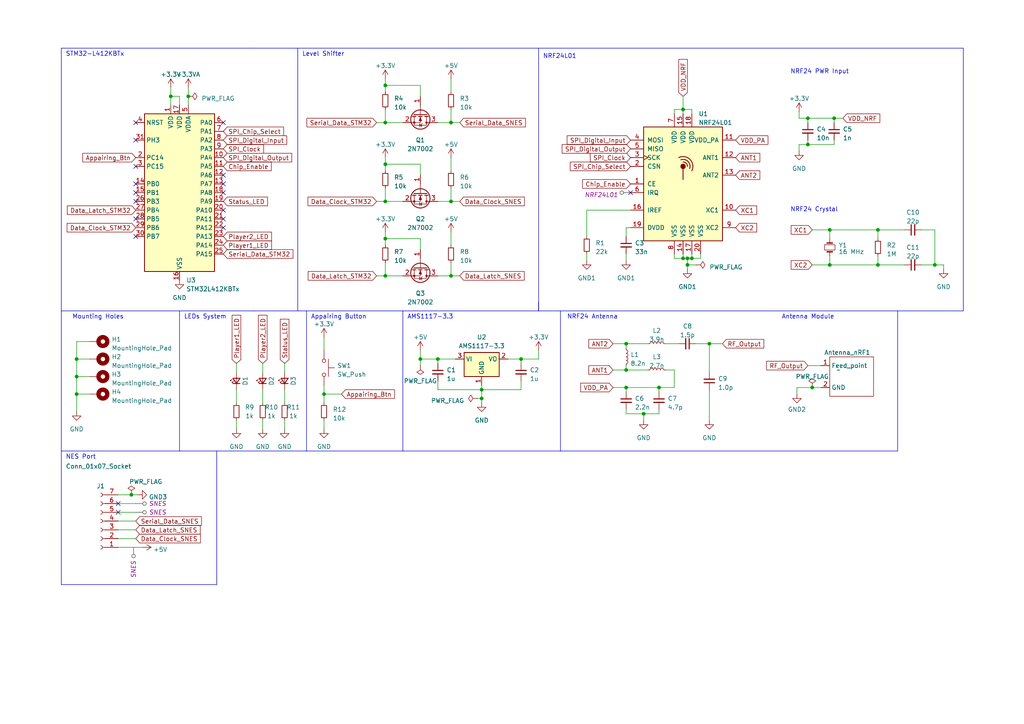
<source format=kicad_sch>
(kicad_sch (version 20230121) (generator eeschema)
  (paper "A4")
  (title_block (title "Wireless SNES Receiver") (date "2023-04-15") (rev "1.1") (company "ENSEA"))
  (lib_symbols
    (symbol "Antenna_nRF24_2_4GHz:Antenna_nRF_2_4GHz"
      (property "Reference" "Antenna_nRF" (at 0 7.62 0))
      (symbol "Antenna_nRF_2_4GHz_0_1"
        (rectangle (start -6.35 6.35) (end 6.35 -5.08))
      )
      (symbol "Antenna_nRF_2_4GHz_1_1"
        (pin bidirectional line (at -8.89 3.81 0) (length 2.54) (name "Feed_point") (number "1"))
        (pin power_in line (at -8.89 -2.54 0) (length 2.54) (name "GND") (number "2"))
      )
    )
    (symbol "Connector:Conn_01x07_Socket" (pin_names (offset 1.016) hide)
      (property "Reference" "J" (at 0 10.16 0))
      (property "Value" "Conn_01x07_Socket" (at 0 -10.16 0))
      (symbol "Conn_01x07_Socket_1_1"
        (arc (start 0 -7.112) (mid -0.5058 -7.62) (end 0 -8.128) (stroke (width 0.1524)))
        (arc (start 0 -4.572) (mid -0.5058 -5.08) (end 0 -5.588) (stroke (width 0.1524)))
        (arc (start 0 -2.032) (mid -0.5058 -2.54) (end 0 -3.048) (stroke (width 0.1524)))
        (polyline (pts (xy -1.27 -7.62) (xy -0.508 -7.62)) (stroke (width 0.1524)))
        (polyline (pts (xy -1.27 -5.08) (xy -0.508 -5.08)) (stroke (width 0.1524)))
        (polyline (pts (xy -1.27 -2.54) (xy -0.508 -2.54)) (stroke (width 0.1524)))
        (polyline (pts (xy -1.27 0) (xy -0.508 0)) (stroke (width 0.1524)))
        (polyline (pts (xy -1.27 2.54) (xy -0.508 2.54)) (stroke (width 0.1524)))
        (polyline (pts (xy -1.27 5.08) (xy -0.508 5.08)) (stroke (width 0.1524)))
        (polyline (pts (xy -1.27 7.62) (xy -0.508 7.62)) (stroke (width 0.1524)))
        (arc (start 0 0.508) (mid -0.5058 0) (end 0 -0.508) (stroke (width 0.1524)))
        (arc (start 0 3.048) (mid -0.5058 2.54) (end 0 2.032) (stroke (width 0.1524)))
        (arc (start 0 5.588) (mid -0.5058 5.08) (end 0 4.572) (stroke (width 0.1524)))
        (arc (start 0 8.128) (mid -0.5058 7.62) (end 0 7.112) (stroke (width 0.1524)))
        (pin passive line (at -5.08 7.62 0) (length 3.81) (name "Pin_1") (number "1"))
        (pin passive line (at -5.08 5.08 0) (length 3.81) (name "Pin_2") (number "2"))
        (pin passive line (at -5.08 2.54 0) (length 3.81) (name "Pin_3") (number "3"))
        (pin passive line (at -5.08 0 0) (length 3.81) (name "Pin_4") (number "4"))
        (pin passive line (at -5.08 -2.54 0) (length 3.81) (name "Pin_5") (number "5"))
        (pin passive line (at -5.08 -5.08 0) (length 3.81) (name "Pin_6") (number "6"))
        (pin passive line (at -5.08 -7.62 0) (length 3.81) (name "Pin_7") (number "7"))
      )
    )
    (symbol "Device:C_Small" (pin_numbers hide) (pin_names (offset 0.254) hide)
      (property "Reference" "C" (at 0.254 1.778 0))
      (property "Value" "C_Small" (at 0.254 -2.032 0))
      (symbol "C_Small_0_1"
        (polyline (pts (xy -1.524 -0.508) (xy 1.524 -0.508)) (stroke (width 0.3302)))
        (polyline (pts (xy -1.524 0.508) (xy 1.524 0.508)) (stroke (width 0.3048)))
      )
      (symbol "C_Small_1_1"
        (pin passive line (at 0 2.54 270) (length 2.032) (name "~") (number "1"))
        (pin passive line (at 0 -2.54 90) (length 2.032) (name "~") (number "2"))
      )
    )
    (symbol "Device:Crystal_Small" (pin_numbers hide) (pin_names (offset 1.016) hide)
      (property "Reference" "Y" (at 0 2.54 0))
      (property "Value" "Crystal_Small" (at 0 -2.54 0))
      (symbol "Crystal_Small_0_1"
        (rectangle (start -0.762 -1.524) (end 0.762 1.524))
        (polyline (pts (xy -1.27 -0.762) (xy -1.27 0.762)) (stroke (width 0.381)))
        (polyline (pts (xy 1.27 -0.762) (xy 1.27 0.762)) (stroke (width 0.381)))
      )
      (symbol "Crystal_Small_1_1"
        (pin passive line (at -2.54 0 0) (length 1.27) (name "1") (number "1"))
        (pin passive line (at 2.54 0 180) (length 1.27) (name "2") (number "2"))
      )
    )
    (symbol "Device:LED_Small" (pin_numbers hide) (pin_names (offset 0.254) hide)
      (property "Reference" "D" (at -1.27 3.175 0))
      (property "Value" "LED_Small" (at -4.445 -2.54 0))
      (symbol "LED_Small_0_1"
        (polyline (pts (xy -0.762 -1.016) (xy -0.762 1.016)) (stroke (width 0.254)))
        (polyline (pts (xy 1.016 0) (xy -0.762 0)))
        (polyline (pts (xy 0.762 -1.016) (xy -0.762 0) (xy 0.762 1.016) (xy 0.762 -1.016)) (stroke (width 0.254)))
        (polyline (pts (xy 0 0.762) (xy -0.508 1.27) (xy -0.254 1.27) (xy -0.508 1.27) (xy -0.508 1.016)))
        (polyline (pts (xy 0.508 1.27) (xy 0 1.778) (xy 0.254 1.778) (xy 0 1.778) (xy 0 1.524)))
      )
      (symbol "LED_Small_1_1"
        (pin passive line (at -2.54 0 0) (length 1.778) (name "K") (number "1"))
        (pin passive line (at 2.54 0 180) (length 1.778) (name "A") (number "2"))
      )
    )
    (symbol "Device:L_Small" (pin_numbers hide) (pin_names (offset 0.254) hide)
      (property "Reference" "L" (at 0.762 1.016 0))
      (property "Value" "L_Small" (at 0.762 -1.016 0))
      (symbol "L_Small_0_1"
        (arc (start 0 -2.032) (mid 0.5058 -1.524) (end 0 -1.016))
        (arc (start 0 -1.016) (mid 0.5058 -0.508) (end 0 0))
        (arc (start 0 0) (mid 0.5058 0.508) (end 0 1.016))
        (arc (start 0 1.016) (mid 0.5058 1.524) (end 0 2.032))
      )
      (symbol "L_Small_1_1"
        (pin passive line (at 0 2.54 270) (length 0.508) (name "~") (number "1"))
        (pin passive line (at 0 -2.54 90) (length 0.508) (name "~") (number "2"))
      )
    )
    (symbol "Device:R_Small" (pin_numbers hide) (pin_names (offset 0.254) hide)
      (property "Reference" "R" (at 0.762 0.508 0))
      (property "Value" "R_Small" (at 0.762 -1.016 0))
      (symbol "R_Small_0_1"
        (rectangle (start -0.762 1.778) (end 0.762 -1.778) (stroke (width 0.2032)))
      )
      (symbol "R_Small_1_1"
        (pin passive line (at 0 2.54 270) (length 0.762) (name "~") (number "1"))
        (pin passive line (at 0 -2.54 90) (length 0.762) (name "~") (number "2"))
      )
    )
    (symbol "MCU_ST_STM32L4:STM32L412KBTx"
      (property "Reference" "U" (at -10.16 24.13 0))
      (property "Value" "STM32L412KBTx" (at 5.08 24.13 0))
      (symbol "STM32L412KBTx_0_1"
        (rectangle (start -10.16 -22.86) (end 10.16 22.86) (stroke (width 0.254)) (fill (type background)))
      )
      (symbol "STM32L412KBTx_1_1"
        (pin power_in line (at -2.54 25.4 270) (length 2.54) (name "VDD") (number "1"))
        (pin bidirectional line (at 12.7 10.16 180) (length 2.54) (name "PA4") (number "10"))
        (pin bidirectional line (at 12.7 7.62 180) (length 2.54) (name "PA5") (number "11"))
        (pin bidirectional line (at 12.7 5.08 180) (length 2.54) (name "PA6") (number "12"))
        (pin bidirectional line (at 12.7 2.54 180) (length 2.54) (name "PA7") (number "13"))
        (pin bidirectional line (at -12.7 2.54 0) (length 2.54) (name "PB0") (number "14"))
        (pin bidirectional line (at -12.7 0 0) (length 2.54) (name "PB1") (number "15"))
        (pin power_in line (at 0 -25.4 90) (length 2.54) (name "VSS") (number "16"))
        (pin power_in line (at 0 25.4 270) (length 2.54) (name "VDD") (number "17"))
        (pin bidirectional line (at 12.7 0 180) (length 2.54) (name "PA8") (number "18"))
        (pin bidirectional line (at 12.7 -2.54 180) (length 2.54) (name "PA9") (number "19"))
        (pin bidirectional line (at -12.7 10.16 0) (length 2.54) (name "PC14") (number "2"))
        (pin bidirectional line (at 12.7 -5.08 180) (length 2.54) (name "PA10") (number "20"))
        (pin bidirectional line (at 12.7 -7.62 180) (length 2.54) (name "PA11") (number "21"))
        (pin bidirectional line (at 12.7 -10.16 180) (length 2.54) (name "PA12") (number "22"))
        (pin bidirectional line (at 12.7 -12.7 180) (length 2.54) (name "PA13") (number "23"))
        (pin bidirectional line (at 12.7 -15.24 180) (length 2.54) (name "PA14") (number "24"))
        (pin bidirectional line (at 12.7 -17.78 180) (length 2.54) (name "PA15") (number "25"))
        (pin bidirectional line (at -12.7 -2.54 0) (length 2.54) (name "PB3") (number "26"))
        (pin bidirectional line (at -12.7 -5.08 0) (length 2.54) (name "PB4") (number "27"))
        (pin bidirectional line (at -12.7 -7.62 0) (length 2.54) (name "PB5") (number "28"))
        (pin bidirectional line (at -12.7 -10.16 0) (length 2.54) (name "PB6") (number "29"))
        (pin bidirectional line (at -12.7 7.62 0) (length 2.54) (name "PC15") (number "3"))
        (pin bidirectional line (at -12.7 -12.7 0) (length 2.54) (name "PB7") (number "30"))
        (pin bidirectional line (at -12.7 15.24 0) (length 2.54) (name "PH3") (number "31"))
        (pin passive line (at 0 -25.4 90) (length 2.54) hide (name "VSS") (number "32"))
        (pin input line (at -12.7 20.32 0) (length 2.54) (name "NRST") (number "4"))
        (pin power_in line (at 2.54 25.4 270) (length 2.54) (name "VDDA") (number "5"))
        (pin bidirectional line (at 12.7 20.32 180) (length 2.54) (name "PA0") (number "6"))
        (pin bidirectional line (at 12.7 17.78 180) (length 2.54) (name "PA1") (number "7"))
        (pin bidirectional line (at 12.7 15.24 180) (length 2.54) (name "PA2") (number "8"))
        (pin bidirectional line (at 12.7 12.7 180) (length 2.54) (name "PA3") (number "9"))
      )
    )
    (symbol "Mechanical:MountingHole_Pad" (pin_numbers hide) (pin_names (offset 1.016) hide)
      (property "Reference" "H" (at 0 6.35 0))
      (property "Value" "MountingHole_Pad" (at 0 4.445 0))
      (symbol "MountingHole_Pad_0_1"
        (circle (center 0 1.27) (radius 1.27) (stroke (width 1.27)))
      )
      (symbol "MountingHole_Pad_1_1"
        (pin input line (at 0 -2.54 90) (length 2.54) (name "1") (number "1"))
      )
    )
    (symbol "RF:NRF24L01" (pin_names (offset 1.016))
      (property "Reference" "U" (at -11.43 17.78 0))
      (property "Value" "NRF24L01" (at 5.08 17.78 0))
      (symbol "NRF24L01_0_1"
        (rectangle (start -11.43 16.51) (end 11.43 -16.51) (stroke (width 0.254)) (fill (type background)))
        (polyline (pts (xy 0 4.445) (xy 0 1.27)) (stroke (width 0.254)))
        (circle (center 0 5.08) (radius 0.635) (stroke (width 0.254)) (fill (type outline)))
        (arc (start 1.27 5.08) (mid 0.9071 5.9946) (end 0 6.35) (stroke (width 0.254)))
        (arc (start 1.905 4.445) (mid 1.4313 6.5254) (end -0.635 6.985) (stroke (width 0.254)))
        (arc (start 2.54 3.81) (mid 2.008 7.088) (end -1.27 7.62) (stroke (width 0.254)))
        (rectangle (start 11.43 -13.97) (end 11.43 -13.97))
      )
      (symbol "NRF24L01_1_1"
        (pin input line (at -15.24 0 0) (length 3.81) (name "CE") (number "1"))
        (pin passive line (at 15.24 -7.62 180) (length 3.81) (name "XC1") (number "10"))
        (pin power_out line (at 15.24 12.7 180) (length 3.81) (name "VDD_PA") (number "11"))
        (pin passive line (at 15.24 7.62 180) (length 3.81) (name "ANT1") (number "12"))
        (pin passive line (at 15.24 2.54 180) (length 3.81) (name "ANT2") (number "13"))
        (pin power_in line (at 0 -20.32 90) (length 3.81) (name "VSS") (number "14"))
        (pin power_in line (at 0 20.32 270) (length 3.81) (name "VDD") (number "15"))
        (pin passive line (at -15.24 -7.62 0) (length 3.81) (name "IREF") (number "16"))
        (pin power_in line (at 2.54 -20.32 90) (length 3.81) (name "VSS") (number "17"))
        (pin power_in line (at 2.54 20.32 270) (length 3.81) (name "VDD") (number "18"))
        (pin power_out line (at -15.24 -12.7 0) (length 3.81) (name "DVDD") (number "19"))
        (pin input line (at -15.24 5.08 0) (length 3.81) (name "CSN") (number "2"))
        (pin power_in line (at 5.08 -20.32 90) (length 3.81) (name "VSS") (number "20"))
        (pin input clock (at -15.24 7.62 0) (length 3.81) (name "SCK") (number "3"))
        (pin input line (at -15.24 12.7 0) (length 3.81) (name "MOSI") (number "4"))
        (pin output line (at -15.24 10.16 0) (length 3.81) (name "MISO") (number "5"))
        (pin output line (at -15.24 -2.54 0) (length 3.81) (name "IRQ") (number "6"))
        (pin power_in line (at -2.54 20.32 270) (length 3.81) (name "VDD") (number "7"))
        (pin power_in line (at -2.54 -20.32 90) (length 3.81) (name "VSS") (number "8"))
        (pin passive line (at 15.24 -12.7 180) (length 3.81) (name "XC2") (number "9"))
      )
    )
    (symbol "Regulator_Linear:AMS1117-3.3"
      (property "Reference" "U" (at -3.81 3.175 0))
      (property "Value" "AMS1117-3.3" (at 0 3.175 0))
      (symbol "AMS1117-3.3_0_1"
        (rectangle (start -5.08 -5.08) (end 5.08 1.905) (stroke (width 0.254)) (fill (type background)))
      )
      (symbol "AMS1117-3.3_1_1"
        (pin power_in line (at 0 -7.62 90) (length 2.54) (name "GND") (number "1"))
        (pin power_out line (at 7.62 0 180) (length 2.54) (name "VO") (number "2"))
        (pin power_in line (at -7.62 0 0) (length 2.54) (name "VI") (number "3"))
      )
    )
    (symbol "Switch:SW_Push" (pin_numbers hide) (pin_names (offset 1.016) hide)
      (property "Reference" "SW" (at 1.27 2.54 0))
      (property "Value" "SW_Push" (at 0 -1.524 0))
      (symbol "SW_Push_0_1"
        (circle (center -2.032 0) (radius 0.508))
        (polyline (pts (xy 0 1.27) (xy 0 3.048)))
        (polyline (pts (xy 2.54 1.27) (xy -2.54 1.27)))
        (circle (center 2.032 0) (radius 0.508))
        (pin passive line (at -5.08 0 0) (length 2.54) (name "1") (number "1"))
        (pin passive line (at 5.08 0 180) (length 2.54) (name "2") (number "2"))
      )
    )
    (symbol "Transistor_FET:2N7002" (pin_names hide)
      (property "Reference" "Q" (at 5.08 1.905 0))
      (property "Value" "2N7002" (at 5.08 0 0))
      (symbol "2N7002_0_1"
        (polyline (pts (xy 0.254 0) (xy -2.54 0)))
        (polyline (pts (xy 0.254 1.905) (xy 0.254 -1.905)) (stroke (width 0.254)))
        (polyline (pts (xy 0.762 -1.27) (xy 0.762 -2.286)) (stroke (width 0.254)))
        (polyline (pts (xy 0.762 0.508) (xy 0.762 -0.508)) (stroke (width 0.254)))
        (polyline (pts (xy 0.762 2.286) (xy 0.762 1.27)) (stroke (width 0.254)))
        (polyline (pts (xy 2.54 2.54) (xy 2.54 1.778)))
        (polyline (pts (xy 2.54 -2.54) (xy 2.54 0) (xy 0.762 0)))
        (polyline (pts (xy 0.762 -1.778) (xy 3.302 -1.778) (xy 3.302 1.778) (xy 0.762 1.778)))
        (polyline (pts (xy 1.016 0) (xy 2.032 0.381) (xy 2.032 -0.381) (xy 1.016 0)) (fill (type outline)))
        (polyline (pts (xy 2.794 0.508) (xy 2.921 0.381) (xy 3.683 0.381) (xy 3.81 0.254)))
        (polyline (pts (xy 3.302 0.381) (xy 2.921 -0.254) (xy 3.683 -0.254) (xy 3.302 0.381)))
        (circle (center 1.651 0) (radius 2.794) (stroke (width 0.254)))
        (circle (center 2.54 -1.778) (radius 0.254) (fill (type outline)))
        (circle (center 2.54 1.778) (radius 0.254) (fill (type outline)))
      )
      (symbol "2N7002_1_1"
        (pin input line (at -5.08 0 0) (length 2.54) (name "G") (number "1"))
        (pin passive line (at 2.54 -5.08 90) (length 2.54) (name "S") (number "2"))
        (pin passive line (at 2.54 5.08 270) (length 2.54) (name "D") (number "3"))
      )
    )
    (symbol "power:+3.3V" (power) (pin_names (offset 0))
      (property "Value" "+3.3V" (at 0 3.556 0))
      (symbol "+3.3V_0_1"
        (polyline (pts (xy -0.762 1.27) (xy 0 2.54)))
        (polyline (pts (xy 0 0) (xy 0 2.54)))
        (polyline (pts (xy 0 2.54) (xy 0.762 1.27)))
      )
      (symbol "+3.3V_1_1"
        (pin power_in line (at 0 0 90) (length 0) hide (name "+3.3V") (number "1"))
      )
    )
    (symbol "power:+3.3VA" (power) (pin_names (offset 0))
      (property "Value" "+3.3VA" (at 0 3.556 0))
      (symbol "+3.3VA_0_1"
        (polyline (pts (xy -0.762 1.27) (xy 0 2.54)))
        (polyline (pts (xy 0 0) (xy 0 2.54)))
        (polyline (pts (xy 0 2.54) (xy 0.762 1.27)))
      )
      (symbol "+3.3VA_1_1"
        (pin power_in line (at 0 0 90) (length 0) hide (name "+3.3VA") (number "1"))
      )
    )
    (symbol "power:+5V" (power) (pin_names (offset 0))
      (property "Value" "+5V" (at 0 3.556 0))
      (symbol "+5V_0_1"
        (polyline (pts (xy -0.762 1.27) (xy 0 2.54)))
        (polyline (pts (xy 0 0) (xy 0 2.54)))
        (polyline (pts (xy 0 2.54) (xy 0.762 1.27)))
      )
      (symbol "+5V_1_1"
        (pin power_in line (at 0 0 90) (length 0) hide (name "+5V") (number "1"))
      )
    )
    (symbol "power:GND" (power) (pin_names (offset 0))
      (property "Value" "GND" (at 0 -3.81 0))
      (symbol "GND_0_1"
        (polyline (pts (xy 0 0) (xy 0 -1.27) (xy 1.27 -1.27) (xy 0 -2.54) (xy -1.27 -1.27) (xy 0 -1.27)))
      )
      (symbol "GND_1_1"
        (pin power_in line (at 0 0 270) (length 0) hide (name "GND") (number "1"))
      )
    )
    (symbol "power:GND1" (power) (pin_names (offset 0))
      (property "Value" "GND1" (at 0 -3.81 0))
      (symbol "GND1_0_1"
        (polyline (pts (xy 0 0) (xy 0 -1.27) (xy 1.27 -1.27) (xy 0 -2.54) (xy -1.27 -1.27) (xy 0 -1.27)))
      )
      (symbol "GND1_1_1"
        (pin power_in line (at 0 0 270) (length 0) hide (name "GND1") (number "1"))
      )
    )
    (symbol "power:GND2" (power) (pin_names (offset 0))
      (property "Value" "GND2" (at 0 -3.81 0))
      (symbol "GND2_0_1"
        (polyline (pts (xy 0 0) (xy 0 -1.27) (xy 1.27 -1.27) (xy 0 -2.54) (xy -1.27 -1.27) (xy 0 -1.27)))
      )
      (symbol "GND2_1_1"
        (pin power_in line (at 0 0 270) (length 0) hide (name "GND2") (number "1"))
      )
    )
    (symbol "power:GND3" (power) (pin_names (offset 0))
      (property "Value" "GND3" (at 0 -3.81 0))
      (symbol "GND3_0_1"
        (polyline (pts (xy 0 0) (xy 0 -1.27) (xy 1.27 -1.27) (xy 0 -2.54) (xy -1.27 -1.27) (xy 0 -1.27)))
      )
      (symbol "GND3_1_1"
        (pin power_in line (at 0 0 270) (length 0) hide (name "GND3") (number "1"))
      )
    )
    (symbol "power:PWR_FLAG" (power) (pin_numbers hide) (pin_names (offset 0) hide)
      (property "Value" "PWR_FLAG" (at 0 3.81 0))
      (symbol "PWR_FLAG_0_0"
        (pin power_out line (at 0 0 90) (length 0) (name "pwr") (number "1"))
      )
      (symbol "PWR_FLAG_0_1"
        (polyline (pts (xy 0 0) (xy 0 1.27) (xy -1.016 1.905) (xy 0 2.54) (xy 1.016 1.905) (xy 0 1.27)))
      )
    )
  )
  (junction (at 240.665 66.675))
  (junction (at 22.225 114.3))
  (junction (at 38.1 143.51))
  (junction (at 198.12 74.93))
  (junction (at 198.12 31.75))
  (junction (at 199.39 74.93))
  (junction (at 54.61 27.94))
  (junction (at 205.74 99.695))
  (junction (at 139.7 115.57))
  (junction (at 130.81 58.42))
  (junction (at 111.76 80.01))
  (junction (at 49.53 27.94))
  (junction (at 234.315 41.91))
  (junction (at 254.635 76.835))
  (junction (at 181.61 107.315))
  (junction (at 111.76 69.215))
  (junction (at 121.92 104.14))
  (junction (at 181.61 112.395))
  (junction (at 271.145 76.835))
  (junction (at 22.225 109.22))
  (junction (at 111.76 58.42))
  (junction (at 130.81 80.01))
  (junction (at 130.81 35.56))
  (junction (at 93.98 114.3))
  (junction (at 235.585 112.395))
  (junction (at 199.39 76.835))
  (junction (at 22.225 104.14))
  (junction (at 234.315 34.29))
  (junction (at 254.635 66.675))
  (junction (at 200.66 74.93))
  (junction (at 181.61 99.695))
  (junction (at 111.76 47.625))
  (junction (at 241.935 34.29))
  (junction (at 191.135 112.395))
  (junction (at 111.76 35.56))
  (junction (at 151.13 104.14))
  (junction (at 111.76 24.765))
  (junction (at 240.665 76.835))
  (junction (at 127 104.14))
  (junction (at 139.7 113.03))
  (junction (at 186.69 120.015))
  (no_connect (at 39.37 53.34))
  (no_connect (at 64.77 55.88))
  (no_connect (at 39.37 48.26))
  (no_connect (at 34.29 146.05))
  (no_connect (at 39.37 35.56))
  (no_connect (at 64.77 60.96))
  (no_connect (at 39.37 68.58))
  (no_connect (at 39.37 63.5))
  (no_connect (at 182.88 55.88))
  (no_connect (at 64.77 53.34))
  (no_connect (at 39.37 40.64))
  (no_connect (at 64.77 50.8))
  (no_connect (at 39.37 55.88))
  (no_connect (at 34.29 148.59))
  (no_connect (at 39.37 58.42))
  (no_connect (at 64.77 35.56))
  (no_connect (at 64.77 63.5))
  (no_connect (at 64.77 66.04))
  (wire (pts (xy 121.92 104.14) (xy 127 104.14)))
  (wire (pts (xy 121.92 106.045) (xy 121.92 104.14)))
  (wire (pts (xy 111.76 22.86) (xy 111.76 24.765)))
  (wire (pts (xy 139.7 113.03) (xy 127 113.03)))
  (wire (pts (xy 273.685 76.835) (xy 273.685 78.105)))
  (wire (pts (xy 34.29 143.51) (xy 38.1 143.51)))
  (wire (pts (xy 121.92 104.14) (xy 121.92 101.6)))
  (wire (pts (xy 235.585 112.395) (xy 238.125 112.395)))
  (wire (pts (xy 182.88 66.04) (xy 181.61 66.04)))
  (wire (pts (xy 186.69 120.015) (xy 191.135 120.015)))
  (wire (pts (xy 240.665 66.675) (xy 254.635 66.675)))
  (polyline (pts (xy 279.4 13.97) (xy 279.4 90.17)))
  (wire (pts (xy 244.475 34.29) (xy 241.935 34.29)))
  (wire (pts (xy 111.76 76.2) (xy 111.76 80.01)))
  (wire (pts (xy 68.58 113.03) (xy 68.58 116.84)))
  (wire (pts (xy 170.18 60.96) (xy 170.18 68.58)))
  (wire (pts (xy 34.29 153.67) (xy 39.37 153.67)))
  (polyline (pts (xy 52.07 90.17) (xy 52.07 130.81)))
  (wire (pts (xy 111.76 58.42) (xy 116.84 58.42)))
  (wire (pts (xy 82.55 113.03) (xy 82.55 116.84)))
  (wire (pts (xy 186.69 120.015) (xy 186.69 121.92)))
  (polyline (pts (xy 52.07 130.81) (xy 17.78 130.81)))
  (wire (pts (xy 234.315 41.91) (xy 241.935 41.91)))
  (wire (pts (xy 199.39 74.93) (xy 200.66 74.93)))
  (wire (pts (xy 34.29 156.21) (xy 39.37 156.21)))
  (wire (pts (xy 198.12 74.93) (xy 198.12 73.66)))
  (wire (pts (xy 111.76 69.215) (xy 111.76 71.12)))
  (wire (pts (xy 234.315 40.64) (xy 234.315 41.91)))
  (polyline (pts (xy 86.36 90.17) (xy 73.66 90.17)))
  (wire (pts (xy 170.18 60.96) (xy 182.88 60.96)))
  (wire (pts (xy 132.08 104.14) (xy 127 104.14)))
  (wire (pts (xy 127 58.42) (xy 130.81 58.42)))
  (wire (pts (xy 267.335 66.675) (xy 271.145 66.675)))
  (wire (pts (xy 76.2 105.41) (xy 76.2 107.95)))
  (wire (pts (xy 200.66 33.02) (xy 200.66 31.75)))
  (wire (pts (xy 111.76 35.56) (xy 116.84 35.56)))
  (wire (pts (xy 130.81 80.01) (xy 130.81 76.2)))
  (wire (pts (xy 241.935 41.91) (xy 241.935 40.64)))
  (wire (pts (xy 151.13 113.03) (xy 139.7 113.03)))
  (polyline (pts (xy 73.66 13.97) (xy 86.36 13.97)))
  (polyline (pts (xy 156.21 87.63) (xy 156.21 90.17)))
  (wire (pts (xy 271.145 76.835) (xy 273.685 76.835)))
  (wire (pts (xy 151.13 104.14) (xy 156.21 104.14)))
  (wire (pts (xy 195.58 112.395) (xy 195.58 107.315)))
  (wire (pts (xy 234.315 34.29) (xy 241.935 34.29)))
  (wire (pts (xy 170.18 75.565) (xy 170.18 73.66)))
  (wire (pts (xy 121.92 27.94) (xy 121.92 24.765)))
  (wire (pts (xy 82.55 121.92) (xy 82.55 124.46)))
  (wire (pts (xy 181.61 106.045) (xy 181.61 107.315)))
  (wire (pts (xy 200.66 74.93) (xy 200.66 73.66)))
  (wire (pts (xy 198.12 27.94) (xy 198.12 31.75)))
  (wire (pts (xy 139.7 115.57) (xy 139.7 116.84)))
  (wire (pts (xy 111.76 47.625) (xy 121.92 47.625)))
  (wire (pts (xy 111.76 67.31) (xy 111.76 69.215)))
  (wire (pts (xy 68.58 105.41) (xy 68.58 107.95)))
  (wire (pts (xy 240.665 66.675) (xy 240.665 69.215)))
  (wire (pts (xy 111.76 69.215) (xy 121.92 69.215)))
  (wire (pts (xy 22.225 104.14) (xy 26.035 104.14)))
  (wire (pts (xy 38.1 143.51) (xy 40.005 143.51)))
  (polyline (pts (xy 156.21 90.17) (xy 156.21 13.97)))
  (wire (pts (xy 240.665 76.835) (xy 254.635 76.835)))
  (wire (pts (xy 39.37 148.59) (xy 34.29 148.59)))
  (wire (pts (xy 234.315 106.045) (xy 238.125 106.045)))
  (wire (pts (xy 111.76 80.01) (xy 116.84 80.01)))
  (polyline (pts (xy 260.35 90.17) (xy 260.35 130.81)))
  (wire (pts (xy 181.61 75.565) (xy 181.61 73.66)))
  (wire (pts (xy 82.55 105.41) (xy 82.55 107.95)))
  (wire (pts (xy 195.58 33.02) (xy 195.58 31.75)))
  (wire (pts (xy 127 104.14) (xy 127 105.41)))
  (wire (pts (xy 130.81 22.86) (xy 130.81 26.67)))
  (wire (pts (xy 195.58 74.93) (xy 198.12 74.93)))
  (wire (pts (xy 130.81 35.56) (xy 133.35 35.56)))
  (wire (pts (xy 240.665 76.835) (xy 235.585 76.835)))
  (wire (pts (xy 231.775 32.385) (xy 231.775 34.29)))
  (wire (pts (xy 151.13 110.49) (xy 151.13 113.03)))
  (wire (pts (xy 231.775 41.91) (xy 231.775 43.815)))
  (wire (pts (xy 198.12 31.75) (xy 198.12 33.02)))
  (wire (pts (xy 151.13 105.41) (xy 151.13 104.14)))
  (wire (pts (xy 130.81 80.01) (xy 133.35 80.01)))
  (wire (pts (xy 151.13 104.14) (xy 147.32 104.14)))
  (wire (pts (xy 231.775 41.91) (xy 234.315 41.91)))
  (wire (pts (xy 130.81 35.56) (xy 130.81 31.75)))
  (polyline (pts (xy 62.865 169.545) (xy 17.78 169.545)))
  (wire (pts (xy 68.58 121.92) (xy 68.58 124.46)))
  (wire (pts (xy 205.74 99.695) (xy 205.74 107.95)))
  (wire (pts (xy 76.2 113.03) (xy 76.2 116.84)))
  (wire (pts (xy 22.225 114.3) (xy 22.225 119.38)))
  (wire (pts (xy 181.61 112.395) (xy 191.135 112.395)))
  (wire (pts (xy 231.14 112.395) (xy 235.585 112.395)))
  (wire (pts (xy 181.61 113.665) (xy 181.61 112.395)))
  (wire (pts (xy 203.2 74.93) (xy 203.2 73.66)))
  (polyline (pts (xy 86.36 90.17) (xy 156.21 90.17)))
  (wire (pts (xy 127 35.56) (xy 130.81 35.56)))
  (wire (pts (xy 200.66 31.75) (xy 198.12 31.75)))
  (wire (pts (xy 195.58 31.75) (xy 198.12 31.75)))
  (polyline (pts (xy 156.21 13.97) (xy 279.4 13.97)))
  (wire (pts (xy 22.225 99.06) (xy 22.225 104.14)))
  (wire (pts (xy 22.225 109.22) (xy 22.225 114.3)))
  (wire (pts (xy 22.225 114.3) (xy 26.035 114.3)))
  (wire (pts (xy 76.2 121.92) (xy 76.2 124.46)))
  (wire (pts (xy 193.04 99.695) (xy 196.85 99.695)))
  (wire (pts (xy 198.12 74.93) (xy 199.39 74.93)))
  (wire (pts (xy 130.81 58.42) (xy 133.35 58.42)))
  (polyline (pts (xy 62.865 130.81) (xy 62.865 169.545)))
  (wire (pts (xy 49.53 27.94) (xy 49.53 25.4)))
  (wire (pts (xy 93.98 121.92) (xy 93.98 124.46)))
  (polyline (pts (xy 162.56 90.17) (xy 162.56 130.81)))
  (polyline (pts (xy 156.21 90.17) (xy 279.4 90.17)))
  (wire (pts (xy 199.39 76.835) (xy 199.39 78.105)))
  (wire (pts (xy 111.76 31.75) (xy 111.76 35.56)))
  (wire (pts (xy 205.74 113.03) (xy 205.74 121.92)))
  (wire (pts (xy 191.135 112.395) (xy 195.58 112.395)))
  (polyline (pts (xy 17.78 90.17) (xy 17.78 13.97)))
  (wire (pts (xy 231.14 112.395) (xy 231.14 114.3)))
  (wire (pts (xy 205.74 99.695) (xy 209.55 99.695)))
  (wire (pts (xy 54.61 25.4) (xy 54.61 27.94)))
  (wire (pts (xy 130.81 58.42) (xy 130.81 54.61)))
  (polyline (pts (xy 162.56 130.81) (xy 260.35 130.81)))
  (wire (pts (xy 271.145 76.835) (xy 267.335 76.835)))
  (wire (pts (xy 109.22 58.42) (xy 111.76 58.42)))
  (wire (pts (xy 52.07 30.48) (xy 52.07 27.94)))
  (wire (pts (xy 111.76 54.61) (xy 111.76 58.42)))
  (wire (pts (xy 139.7 113.03) (xy 139.7 111.76)))
  (wire (pts (xy 138.43 115.57) (xy 139.7 115.57)))
  (wire (pts (xy 177.8 107.315) (xy 181.61 107.315)))
  (wire (pts (xy 271.145 66.675) (xy 271.145 76.835)))
  (wire (pts (xy 199.39 74.93) (xy 199.39 76.835)))
  (wire (pts (xy 34.29 158.75) (xy 41.275 158.75)))
  (wire (pts (xy 181.61 99.695) (xy 187.96 99.695)))
  (wire (pts (xy 181.61 100.965) (xy 181.61 99.695)))
  (wire (pts (xy 26.035 99.06) (xy 22.225 99.06)))
  (wire (pts (xy 195.58 73.66) (xy 195.58 74.93)))
  (wire (pts (xy 177.8 99.695) (xy 181.61 99.695)))
  (wire (pts (xy 111.76 24.765) (xy 111.76 26.67)))
  (wire (pts (xy 93.98 114.3) (xy 93.98 116.84)))
  (wire (pts (xy 195.58 107.315) (xy 193.04 107.315)))
  (wire (pts (xy 93.98 111.76) (xy 93.98 114.3)))
  (wire (pts (xy 181.61 66.04) (xy 181.61 68.58)))
  (wire (pts (xy 22.225 104.14) (xy 22.225 109.22)))
  (wire (pts (xy 231.775 34.29) (xy 234.315 34.29)))
  (polyline (pts (xy 116.84 130.81) (xy 116.84 90.17)))
  (wire (pts (xy 241.935 34.29) (xy 241.935 35.56)))
  (polyline (pts (xy 88.9 90.17) (xy 88.9 130.81)))
  (polyline (pts (xy 156.21 13.97) (xy 86.36 13.97)))
  (wire (pts (xy 52.07 27.94) (xy 49.53 27.94)))
  (wire (pts (xy 111.76 24.765) (xy 121.92 24.765)))
  (wire (pts (xy 49.53 27.94) (xy 49.53 30.48)))
  (wire (pts (xy 201.93 99.695) (xy 205.74 99.695)))
  (wire (pts (xy 121.92 50.8) (xy 121.92 47.625)))
  (polyline (pts (xy 17.78 130.81) (xy 17.78 90.17)))
  (wire (pts (xy 54.61 27.94) (xy 54.61 30.48)))
  (wire (pts (xy 177.8 112.395) (xy 181.61 112.395)))
  (polyline (pts (xy 17.78 13.97) (xy 73.66 13.97)))
  (wire (pts (xy 186.69 120.015) (xy 181.61 120.015)))
  (wire (pts (xy 201.93 76.835) (xy 199.39 76.835)))
  (wire (pts (xy 234.315 34.29) (xy 234.315 35.56)))
  (polyline (pts (xy 73.66 90.17) (xy 17.78 90.17)))
  (wire (pts (xy 191.135 113.665) (xy 191.135 112.395)))
  (wire (pts (xy 121.92 72.39) (xy 121.92 69.215)))
  (wire (pts (xy 22.225 109.22) (xy 26.035 109.22)))
  (wire (pts (xy 254.635 66.675) (xy 254.635 69.215)))
  (polyline (pts (xy 17.78 169.545) (xy 17.78 130.81)))
  (wire (pts (xy 187.96 107.315) (xy 181.61 107.315)))
  (wire (pts (xy 130.81 67.31) (xy 130.81 71.12)))
  (wire (pts (xy 127 80.01) (xy 130.81 80.01)))
  (wire (pts (xy 200.66 74.93) (xy 203.2 74.93)))
  (wire (pts (xy 254.635 76.835) (xy 262.255 76.835)))
  (wire (pts (xy 240.665 74.295) (xy 240.665 76.835)))
  (wire (pts (xy 254.635 76.835) (xy 254.635 74.295)))
  (wire (pts (xy 109.22 35.56) (xy 111.76 35.56)))
  (polyline (pts (xy 52.07 130.81) (xy 88.9 130.81)))
  (wire (pts (xy 181.61 120.015) (xy 181.61 118.745)))
  (wire (pts (xy 191.135 118.745) (xy 191.135 120.015)))
  (wire (pts (xy 34.29 151.13) (xy 39.37 151.13)))
  (wire (pts (xy 254.635 66.675) (xy 262.255 66.675)))
  (wire (pts (xy 130.81 45.72) (xy 130.81 49.53)))
  (wire (pts (xy 93.98 114.3) (xy 99.06 114.3)))
  (wire (pts (xy 139.7 113.03) (xy 139.7 115.57)))
  (wire (pts (xy 127 113.03) (xy 127 110.49)))
  (wire (pts (xy 235.585 66.675) (xy 240.665 66.675)))
  (wire (pts (xy 93.98 97.79) (xy 93.98 101.6)))
  (wire (pts (xy 111.76 47.625) (xy 111.76 49.53)))
  (wire (pts (xy 111.76 45.72) (xy 111.76 47.625)))
  (polyline (pts (xy 88.9 130.81) (xy 116.84 130.81)))
  (wire (pts (xy 109.22 80.01) (xy 111.76 80.01)))
  (wire (pts (xy 39.37 146.05) (xy 34.29 146.05)))
  (polyline (pts (xy 116.84 130.81) (xy 162.56 130.81)))
  (polyline (pts (xy 86.36 13.97) (xy 86.36 90.17)))
  (wire (pts (xy 156.21 101.6) (xy 156.21 104.14)))
  (text "Mounting Holes\n" (at 20.955 92.71 0) (effects (font (size 1.27 1.27)) (justify left bottom)))
  (text "AMS1117-3.3" (at 118.11 92.71 0) (effects (font (size 1.27 1.27)) (justify left bottom)))
  (text "NRF24 Antenna\n" (at 164.465 92.71 0) (effects (font (size 1.27 1.27)) (justify left bottom)))
  (text "Antenna Module\n" (at 226.695 92.71 0) (effects (font (size 1.27 1.27)) (justify left bottom)))
  (text "NES Port\n" (at 19.05 133.35 0) (effects (font (size 1.27 1.27)) (justify left bottom)))
  (text "Appairing Button\n" (at 90.17 92.71 0) (effects (font (size 1.27 1.27)) (justify left bottom)))
  (text "LEDs System" (at 53.34 92.71 0) (effects (font (size 1.27 1.27)) (justify left bottom)))
  (text "STM32-L412KBTx\n" (at 19.05 16.51 0) (effects (font (size 1.27 1.27)) (justify left bottom)))
  (text "NRF24L01\n" (at 157.48 17.145 0) (effects (font (size 1.27 1.27)) (justify left bottom)))
  (text "NRF24 Crystal\n" (at 229.235 61.595 0) (effects (font (size 1.27 1.27)) (justify left bottom)))
  (text "Level Shifter\n" (at 87.63 16.51 0) (effects (font (size 1.27 1.27)) (justify left bottom)))
  (text "NRF24 PWR Input\n" (at 229.235 21.59 0) (effects (font (size 1.27 1.27)) (justify left bottom)))
  (global_label "Chip_Enable" (shape input) (at 182.88 53.34 180) (property "Intersheetrefs" "${INTERSHEET_REFS}" (effects hide)))
  (global_label "SPI_Chip_Select" (shape input) (at 182.88 48.26 180) (property "Intersheetrefs" "${INTERSHEET_REFS}" (effects hide)))
  (global_label "ANT2" (shape input) (at 177.8 99.695 180) (property "Intersheetrefs" "${INTERSHEET_REFS}" (effects hide)))
  (global_label "Serial_Data_SNES" (shape input) (at 133.35 35.56 0) (property "Intersheetrefs" "${INTERSHEET_REFS}" (effects hide)))
  (global_label "Serial_Data_STM32" (shape input) (at 109.22 35.56 180) (property "Intersheetrefs" "${INTERSHEET_REFS}" (effects hide)))
  (global_label "Player1_LED" (shape input) (at 64.77 71.12 0) (property "Intersheetrefs" "${INTERSHEET_REFS}" (effects hide)))
  (global_label "SPI_Digital_Input" (shape input) (at 64.77 40.64 0) (property "Intersheetrefs" "${INTERSHEET_REFS}" (effects hide)))
  (global_label "XC1" (shape input) (at 235.585 66.675 180) (property "Intersheetrefs" "${INTERSHEET_REFS}" (effects hide)))
  (global_label "ANT1" (shape input) (at 177.8 107.315 180) (property "Intersheetrefs" "${INTERSHEET_REFS}" (effects hide)))
  (global_label "Serial_Data_SNES" (shape input) (at 39.37 151.13 0) (property "Intersheetrefs" "${INTERSHEET_REFS}" (effects hide)))
  (global_label "Data_Clock_STM32" (shape input) (at 109.22 58.42 180) (property "Intersheetrefs" "${INTERSHEET_REFS}" (effects hide)))
  (global_label "Chip_Enable" (shape input) (at 64.77 48.26 0) (property "Intersheetrefs" "${INTERSHEET_REFS}" (effects hide)))
  (global_label "SPI_Clock" (shape input) (at 64.77 43.18 0) (property "Intersheetrefs" "${INTERSHEET_REFS}" (effects hide)))
  (global_label "Data_Latch_SNES" (shape input) (at 133.35 80.01 0) (property "Intersheetrefs" "${INTERSHEET_REFS}" (effects hide)))
  (global_label "Status_LED" (shape input) (at 64.77 58.42 0) (property "Intersheetrefs" "${INTERSHEET_REFS}" (effects hide)))
  (global_label "SPI_Digital_Input" (shape input) (at 182.88 40.64 180) (property "Intersheetrefs" "${INTERSHEET_REFS}" (effects hide)))
  (global_label "Serial_Data_STM32" (shape input) (at 64.77 73.66 0) (property "Intersheetrefs" "${INTERSHEET_REFS}" (effects hide)))
  (global_label "Appairing_Btn" (shape input) (at 39.37 45.72 180) (property "Intersheetrefs" "${INTERSHEET_REFS}" (effects hide)))
  (global_label "ANT2" (shape input) (at 213.36 50.8 0) (property "Intersheetrefs" "${INTERSHEET_REFS}" (effects hide)))
  (global_label "ANT1" (shape input) (at 213.36 45.72 0) (property "Intersheetrefs" "${INTERSHEET_REFS}" (effects hide)))
  (global_label "SPI_Digital_Output" (shape input) (at 182.88 43.18 180) (property "Intersheetrefs" "${INTERSHEET_REFS}" (effects hide)))
  (global_label "XC1" (shape input) (at 213.36 60.96 0) (property "Intersheetrefs" "${INTERSHEET_REFS}" (effects hide)))
  (global_label "Status_LED" (shape input) (at 82.55 105.41 90) (property "Intersheetrefs" "${INTERSHEET_REFS}" (effects hide)))
  (global_label "Player1_LED" (shape input) (at 68.58 105.41 90) (property "Intersheetrefs" "${INTERSHEET_REFS}" (effects hide)))
  (global_label "SPI_Digital_Output" (shape input) (at 64.77 45.72 0) (property "Intersheetrefs" "${INTERSHEET_REFS}" (effects hide)))
  (global_label "VDD_NRF" (shape input) (at 244.475 34.29 0) (property "Intersheetrefs" "${INTERSHEET_REFS}" (effects hide)))
  (global_label "VDD_NRF" (shape input) (at 198.12 27.94 90) (property "Intersheetrefs" "${INTERSHEET_REFS}" (effects hide)))
  (global_label "Data_Clock_SNES" (shape input) (at 39.37 156.21 0) (property "Intersheetrefs" "${INTERSHEET_REFS}" (effects hide)))
  (global_label "Data_Latch_STM32" (shape input) (at 39.37 60.96 180) (property "Intersheetrefs" "${INTERSHEET_REFS}" (effects hide)))
  (global_label "Data_Clock_SNES" (shape input) (at 133.35 58.42 0) (property "Intersheetrefs" "${INTERSHEET_REFS}" (effects hide)))
  (global_label "RF_Output" (shape input) (at 234.315 106.045 180) (property "Intersheetrefs" "${INTERSHEET_REFS}" (effects hide)))
  (global_label "Player2_LED" (shape input) (at 64.77 68.58 0) (property "Intersheetrefs" "${INTERSHEET_REFS}" (effects hide)))
  (global_label "Appairing_Btn" (shape input) (at 99.06 114.3 0) (property "Intersheetrefs" "${INTERSHEET_REFS}" (effects hide)))
  (global_label "Data_Latch_SNES" (shape input) (at 39.37 153.67 0) (property "Intersheetrefs" "${INTERSHEET_REFS}" (effects hide)))
  (global_label "Player2_LED" (shape input) (at 76.2 105.41 90) (property "Intersheetrefs" "${INTERSHEET_REFS}" (effects hide)))
  (global_label "Data_Latch_STM32" (shape input) (at 109.22 80.01 180) (property "Intersheetrefs" "${INTERSHEET_REFS}" (effects hide)))
  (global_label "XC2" (shape input) (at 213.36 66.04 0) (property "Intersheetrefs" "${INTERSHEET_REFS}" (effects hide)))
  (global_label "VDD_PA" (shape input) (at 177.8 112.395 180) (property "Intersheetrefs" "${INTERSHEET_REFS}" (effects hide)))
  (global_label "RF_Output" (shape input) (at 209.55 99.695 0) (property "Intersheetrefs" "${INTERSHEET_REFS}" (effects hide)))
  (global_label "SPI_Chip_Select" (shape input) (at 64.77 38.1 0) (property "Intersheetrefs" "${INTERSHEET_REFS}" (effects hide)))
  (global_label "Data_Clock_STM32" (shape input) (at 39.37 66.04 180) (property "Intersheetrefs" "${INTERSHEET_REFS}" (effects hide)))
  (global_label "VDD_PA" (shape input) (at 213.36 40.64 0) (property "Intersheetrefs" "${INTERSHEET_REFS}" (effects hide)))
  (global_label "XC2" (shape input) (at 235.585 76.835 180) (property "Intersheetrefs" "${INTERSHEET_REFS}" (effects hide)))
  (global_label "SPI_Clock" (shape input) (at 182.88 45.72 180) (property "Intersheetrefs" "${INTERSHEET_REFS}" (effects hide)))
  (netclass_flag "" (length 2.54) (shape round) (at 182.88 55.88 90) (property "Netclass" "NRF24L01" (at 169.545 56.515 0) (effects (font italic) (justify left))))
  (netclass_flag "" (length 2.54) (shape round) (at 38.735 158.75 180) (property "Netclass" "SNES" (at 38.735 162.56 90) (effects (font italic) (justify right))))
  (netclass_flag "" (length 2.54) (shape round) (at 39.37 148.59 270) (property "Netclass" "SNES" (at 43.18 148.59 0) (effects (font italic) (justify left))))
  (netclass_flag "" (length 2.54) (shape round) (at 39.37 146.05 270) (property "Netclass" "SNES" (at 43.18 146.05 0) (effects (font italic) (justify left))))
  (symbol (lib_id "power:GND") (at 273.685 78.105 0) (unit 1)
    (property "Reference" "#PWR012" (effects hide))
    (property "Value" "GND" (at 273.685 83.185 0))
  )
  (symbol (lib_id "power:+5V") (at 130.81 22.86 0) (unit 1)
    (property "Reference" "#PWR017" (effects hide))
    (property "Value" "+5V" (at 130.81 19.05 0))
  )
  (symbol (lib_id "power:+3.3V") (at 111.76 67.31 0) (unit 1)
    (property "Reference" "#PWR020" (effects hide))
    (property "Value" "+3.3V" (at 111.76 63.5 0))
  )
  (symbol (lib_id "Device:L_Small") (at 181.61 103.505 0) (unit 1)
    (property "Reference" "L1" (at 182.88 102.87 0) (effects (justify left)))
    (property "Value" "8.2n" (at 182.88 105.41 0) (effects (justify left)))
    (property "Footprint" "Inductor_SMD:L_0805_2012Metric_Pad1.05x1.20mm_HandSolder" (effects hide))
  )
  (symbol (lib_id "Mechanical:MountingHole_Pad") (at 28.575 109.22 270) (unit 1)
    (property "Reference" "H3" (at 32.385 108.585 90) (effects (justify left)))
    (property "Value" "MountingHole_Pad" (at 32.385 111.125 90) (effects (justify left)))
    (property "Footprint" "MountingHole:MountingHole_3.2mm_M3_DIN965_Pad" (effects hide))
  )
  (symbol (lib_id "power:GND2") (at 231.14 114.3 0) (unit 1)
    (property "Reference" "#PWR030" (effects hide))
    (property "Value" "GND_Antenna" (at 231.14 118.745 0))
  )
  (symbol (lib_id "Device:LED_Small") (at 68.58 110.49 90) (unit 1)
    (property "Reference" "D1" (at 71.12 110.49 0))
    (property "Value" "LED_Small" (effects hide))
    (property "Footprint" "Diode_SMD:D_0603_1608Metric_Pad1.05x0.95mm_HandSolder" (effects hide))
  )
  (symbol (lib_id "Connector:Conn_01x07_Socket") (at 29.21 151.13 180) (unit 1)
    (property "Reference" "J1" (at 29.21 140.97 0))
    (property "Value" "Conn_01x07_Socket" (at 28.575 135.255 0))
    (property "Footprint" "Connector_PinSocket_1.00mm:PinSocket_1x07_P1.00mm_Vertical" (effects hide))
  )
  (symbol (lib_id "Device:C_Small") (at 241.935 38.1 0) (unit 1)
    (property "Reference" "C5" (at 244.475 37.4713 0) (effects (justify left)))
    (property "Value" "1n" (at 244.475 40.0113 0) (effects (justify left)))
    (property "Footprint" "Capacitor_SMD:C_0603_1608Metric_Pad1.08x0.95mm_HandSolder" (effects hide))
  )
  (symbol (lib_id "power:GND1") (at 170.18 75.565 0) (unit 1)
    (property "Reference" "#PWR06" (effects hide))
    (property "Value" "GND_NRF24" (at 170.18 80.645 0))
  )
  (symbol (lib_id "Antenna_nRF24_2_4GHz:Antenna_nRF_2_4GHz") (at 247.015 109.855 0) (unit 1)
    (property "Reference" "Antenna_nRF1" (at 245.745 102.235 0))
    (property "Value" "~" (at 243.205 107.315 0))
    (property "Footprint" "RF_Antenna:Texas_SWRA117D_2.4GHz_Right" (effects hide))
    (property "Datasheet" "https://www.ti.com/lit/an/swra117d/swra117d.pdf" (effects hide))
  )
  (symbol (lib_id "power:GND") (at 76.2 124.46 0) (unit 1)
    (property "Reference" "#PWR026" (effects hide))
    (property "Value" "GND" (at 76.2 129.54 0))
  )
  (symbol (lib_id "Switch:SW_Push") (at 93.98 106.68 270) (unit 1)
    (property "Reference" "SW1" (at 97.79 106.045 90) (effects (justify left)))
    (property "Value" "SW_Push" (at 97.79 108.585 90) (effects (justify left)))
    (property "Footprint" "Button_Switch_SMD:SW_MEC_5GSH9" (effects hide))
  )
  (symbol (lib_id "Device:L_Small") (at 190.5 107.315 90) (unit 1)
    (property "Reference" "L3" (at 190.5 103.505 90))
    (property "Value" "2.7n" (at 190.5 106.045 90))
    (property "Footprint" "Inductor_SMD:L_0805_2012Metric_Pad1.05x1.20mm_HandSolder" (effects hide))
  )
  (symbol (lib_id "Device:C_Small") (at 191.135 116.205 0) (unit 1)
    (property "Reference" "C7" (at 193.675 115.5763 0) (effects (justify left)))
    (property "Value" "4.7p" (at 193.675 118.1163 0) (effects (justify left)))
    (property "Footprint" "Capacitor_SMD:C_0603_1608Metric_Pad1.08x0.95mm_HandSolder" (effects hide))
  )
  (symbol (lib_id "Device:R_Small") (at 93.98 119.38 0) (unit 1)
    (property "Reference" "R12" (at 96.52 118.745 0) (effects (justify left)))
    (property "Value" "10k" (at 96.52 121.285 0) (effects (justify left)))
    (property "Footprint" "Resistor_SMD:R_0603_1608Metric_Pad0.98x0.95mm_HandSolder" (effects hide))
  )
  (symbol (lib_id "Device:L_Small") (at 190.5 99.695 90) (unit 1)
    (property "Reference" "L2" (at 190.5 95.885 90))
    (property "Value" "3.9n" (at 190.5 98.425 90))
    (property "Footprint" "Inductor_SMD:L_0805_2012Metric_Pad1.05x1.20mm_HandSolder" (effects hide))
  )
  (symbol (lib_id "power:+3.3V") (at 231.775 32.385 0) (unit 1)
    (property "Reference" "#PWR09" (effects hide))
    (property "Value" "+3.3V" (at 231.775 28.575 0))
  )
  (symbol (lib_id "power:PWR_FLAG") (at 38.1 143.51 0) (unit 1)
    (property "Reference" "#FLG05" (effects hide))
    (property "Value" "PWR_FLAG" (at 37.465 139.7 0) (effects (justify left)))
  )
  (symbol (lib_id "Transistor_FET:2N7002") (at 121.92 77.47 270) (unit 1)
    (property "Reference" "Q3" (at 121.92 85.09 90))
    (property "Value" "2N7002" (at 121.92 87.63 90))
    (property "Footprint" "Package_TO_SOT_SMD:SOT-23" (effects hide))
    (property "Datasheet" "https://www.onsemi.com/pub/Collateral/NDS7002A-D.PDF" (effects hide))
  )
  (symbol (lib_id "Transistor_FET:2N7002") (at 121.92 33.02 270) (unit 1)
    (property "Reference" "Q1" (at 121.92 40.64 90))
    (property "Value" "2N7002" (at 121.92 43.18 90))
    (property "Footprint" "Package_TO_SOT_SMD:SOT-23" (effects hide))
    (property "Datasheet" "https://www.onsemi.com/pub/Collateral/NDS7002A-D.PDF" (effects hide))
  )
  (symbol (lib_id "power:GND") (at 52.07 81.28 0) (unit 1)
    (property "Reference" "#PWR013" (effects hide))
    (property "Value" "GND" (at 52.07 86.36 0))
  )
  (symbol (lib_id "power:+5V") (at 41.275 158.75 270) (unit 1)
    (property "Reference" "#PWR023" (effects hide))
    (property "Value" "+5V_SNES" (at 44.45 159.385 90) (effects (justify left)))
  )
  (symbol (lib_id "power:PWR_FLAG") (at 54.61 27.94 270) (unit 1)
    (property "Reference" "#FLG01" (effects hide))
    (property "Value" "PWR_FLAG" (at 58.42 28.575 90) (effects (justify left)))
  )
  (symbol (lib_id "power:+3.3V") (at 156.21 101.6 0) (unit 1)
    (property "Reference" "#PWR03" (effects hide))
    (property "Value" "+3.3V" (at 156.21 97.79 0))
  )
  (symbol (lib_id "Device:C_Small") (at 264.795 66.675 90) (unit 1)
    (property "Reference" "C10" (at 264.8013 61.595 90))
    (property "Value" "22p" (at 264.8013 64.135 90))
    (property "Footprint" "Capacitor_SMD:C_0603_1608Metric_Pad1.08x0.95mm_HandSolder" (effects hide))
  )
  (symbol (lib_id "Mechanical:MountingHole_Pad") (at 28.575 114.3 270) (unit 1)
    (property "Reference" "H4" (at 32.385 113.665 90) (effects (justify left)))
    (property "Value" "MountingHole_Pad" (at 32.385 116.205 90) (effects (justify left)))
    (property "Footprint" "MountingHole:MountingHole_3.2mm_M3_DIN965_Pad" (effects hide))
  )
  (symbol (lib_id "power:GND") (at 139.7 116.84 0) (unit 1)
    (property "Reference" "#PWR02" (effects hide))
    (property "Value" "GND" (at 139.7 121.92 0))
  )
  (symbol (lib_id "Mechanical:MountingHole_Pad") (at 28.575 104.14 270) (unit 1)
    (property "Reference" "H2" (at 32.385 103.505 90) (effects (justify left)))
    (property "Value" "MountingHole_Pad" (at 32.385 106.045 90) (effects (justify left)))
    (property "Footprint" "MountingHole:MountingHole_3.2mm_M3_DIN965_Pad" (effects hide))
  )
  (symbol (lib_id "Regulator_Linear:AMS1117-3.3") (at 139.7 104.14 0) (unit 1)
    (property "Reference" "U2" (at 139.7 97.79 0))
    (property "Value" "AMS1117-3.3" (at 139.7 100.33 0))
    (property "Footprint" "Package_TO_SOT_SMD:SOT-223-3_TabPin2" (effects hide))
    (property "Datasheet" "http://www.advanced-monolithic.com/pdf/ds1117.pdf" (effects hide))
  )
  (symbol (lib_id "Device:R_Small") (at 111.76 73.66 0) (unit 1)
    (property "Reference" "R7" (at 114.3 73.025 0) (effects (justify left)))
    (property "Value" "10k" (at 114.3 75.565 0) (effects (justify left)))
    (property "Footprint" "Resistor_SMD:R_0603_1608Metric_Pad0.98x0.95mm_HandSolder" (effects hide))
  )
  (symbol (lib_id "Device:C_Small") (at 181.61 71.12 0) (unit 1)
    (property "Reference" "C3" (at 184.15 70.4913 0) (effects (justify left)))
    (property "Value" "33n" (at 184.15 73.0313 0) (effects (justify left)))
    (property "Footprint" "Capacitor_SMD:C_0603_1608Metric_Pad1.08x0.95mm_HandSolder" (effects hide))
  )
  (symbol (lib_id "Device:C_Small") (at 127 107.95 0) (unit 1)
    (property "Reference" "C1" (at 129.54 107.3213 0) (effects (justify left)))
    (property "Value" "1u" (at 129.54 109.8613 0) (effects (justify left)))
    (property "Footprint" "Capacitor_SMD:C_0603_1608Metric_Pad1.08x0.95mm_HandSolder" (effects hide))
  )
  (symbol (lib_id "power:+3.3VA") (at 54.61 25.4 0) (unit 1)
    (property "Reference" "#PWR014" (effects hide))
    (property "Value" "+3.3VA" (at 54.61 21.59 0))
  )
  (symbol (lib_id "power:+5V") (at 130.81 45.72 0) (unit 1)
    (property "Reference" "#PWR019" (effects hide))
    (property "Value" "+5V" (at 130.81 41.91 0))
  )
  (symbol (lib_id "Device:R_Small") (at 170.18 71.12 0) (unit 1)
    (property "Reference" "R1" (at 172.72 70.485 0) (effects (justify left)))
    (property "Value" "22k" (at 172.72 73.025 0) (effects (justify left)))
    (property "Footprint" "Resistor_SMD:R_0603_1608Metric_Pad0.98x0.95mm_HandSolder" (effects hide))
  )
  (symbol (lib_id "power:+3.3V") (at 49.53 25.4 0) (unit 1)
    (property "Reference" "#PWR04" (effects hide))
    (property "Value" "+3.3V" (at 49.53 21.59 0))
  )
  (symbol (lib_id "power:+5V") (at 130.81 67.31 0) (unit 1)
    (property "Reference" "#PWR021" (effects hide))
    (property "Value" "+5V" (at 130.81 63.5 0))
  )
  (symbol (lib_id "Device:R_Small") (at 76.2 119.38 0) (unit 1)
    (property "Reference" "R10" (at 78.74 118.11 0))
    (property "Value" "1k" (at 78.74 120.65 0))
    (property "Footprint" "Resistor_SMD:R_0603_1608Metric_Pad0.98x0.95mm_HandSolder" (effects hide))
  )
  (symbol (lib_id "power:GND") (at 231.775 43.815 0) (unit 1)
    (property "Reference" "#PWR08" (effects hide))
    (property "Value" "GND" (at 231.775 48.895 0))
  )
  (symbol (lib_id "Device:R_Small") (at 111.76 52.07 0) (unit 1)
    (property "Reference" "R5" (at 114.3 51.435 0) (effects (justify left)))
    (property "Value" "10k" (at 114.3 53.975 0) (effects (justify left)))
    (property "Footprint" "Resistor_SMD:R_0603_1608Metric_Pad0.98x0.95mm_HandSolder" (effects hide))
  )
  (symbol (lib_id "RF:NRF24L01") (at 198.12 53.34 0) (unit 1)
    (property "Reference" "U1" (at 202.6159 33.02 0) (effects (justify left)))
    (property "Value" "NRF24L01" (at 202.6159 35.56 0) (effects (justify left)))
    (property "Footprint" "Package_DFN_QFN:QFN-20-1EP_4x4mm_P0.5mm_EP2.5x2.5mm" (effects hide))
    (property "Datasheet" "http://www.nordicsemi.com/eng/content/download/2730/34105/file/nRF24L01_Product_Specification_v2_0.pdf" (effects hide))
  )
  (symbol (lib_id "power:GND") (at 186.69 121.92 0) (unit 1)
    (property "Reference" "#PWR010" (effects hide))
    (property "Value" "GND" (at 186.69 127 0))
  )
  (symbol (lib_id "Device:C_Small") (at 151.13 107.95 0) (unit 1)
    (property "Reference" "C2" (at 153.67 107.3213 0) (effects (justify left)))
    (property "Value" "1u" (at 153.67 109.8613 0) (effects (justify left)))
    (property "Footprint" "Capacitor_SMD:C_0603_1608Metric_Pad1.08x0.95mm_HandSolder" (effects hide))
  )
  (symbol (lib_id "Device:Crystal_Small") (at 240.665 71.755 90) (unit 1)
    (property "Reference" "Y1" (at 243.205 71.12 90) (effects (justify right)))
    (property "Value" "16 MHz" (at 243.205 73.025 90) (effects (justify right)))
    (property "Footprint" "Crystal:Crystal_HC49-U_Horizontal" (effects hide))
  )
  (symbol (lib_id "power:+3.3V") (at 93.98 97.79 0) (unit 1)
    (property "Reference" "#PWR029" (effects hide))
    (property "Value" "+3.3V" (at 93.98 93.98 0))
  )
  (symbol (lib_id "power:GND") (at 22.225 119.38 0) (unit 1)
    (property "Reference" "#PWR024" (effects hide))
    (property "Value" "GND" (at 22.225 124.46 0))
  )
  (symbol (lib_id "power:GND3") (at 40.005 143.51 90) (unit 1)
    (property "Reference" "#PWR015" (effects hide))
    (property "Value" "GND_SNES" (at 43.18 144.145 90) (effects (justify right)))
  )
  (symbol (lib_id "Device:C_Small") (at 234.315 38.1 0) (unit 1)
    (property "Reference" "C4" (at 236.855 37.4713 0) (effects (justify left)))
    (property "Value" "10n" (at 236.855 40.0113 0) (effects (justify left)))
    (property "Footprint" "Capacitor_SMD:C_0603_1608Metric_Pad1.08x0.95mm_HandSolder" (effects hide))
  )
  (symbol (lib_id "Device:R_Small") (at 111.76 29.21 0) (unit 1)
    (property "Reference" "R4" (at 114.3 28.575 0) (effects (justify left)))
    (property "Value" "10k" (at 114.3 31.115 0) (effects (justify left)))
    (property "Footprint" "Resistor_SMD:R_0603_1608Metric_Pad0.98x0.95mm_HandSolder" (effects hide))
  )
  (symbol (lib_id "power:+3.3V") (at 111.76 45.72 0) (unit 1)
    (property "Reference" "#PWR018" (effects hide))
    (property "Value" "+3.3V" (at 111.76 41.91 0))
  )
  (symbol (lib_id "power:PWR_FLAG") (at 235.585 112.395 0) (unit 1)
    (property "Reference" "#FLG03" (effects hide))
    (property "Value" "PWR_FLAG" (at 235.585 109.22 0))
  )
  (symbol (lib_id "power:GND") (at 205.74 121.92 0) (unit 1)
    (property "Reference" "#PWR011" (effects hide))
    (property "Value" "GND" (at 205.74 127 0))
  )
  (symbol (lib_id "Device:R_Small") (at 82.55 119.38 0) (unit 1)
    (property "Reference" "R11" (at 85.09 118.11 0))
    (property "Value" "1k" (at 85.09 120.65 0))
    (property "Footprint" "Resistor_SMD:R_0603_1608Metric_Pad0.98x0.95mm_HandSolder" (effects hide))
  )
  (symbol (lib_id "Device:LED_Small") (at 76.2 110.49 90) (unit 1)
    (property "Reference" "D2" (at 78.74 110.49 0))
    (property "Value" "LED_Small" (effects hide))
    (property "Footprint" "Diode_SMD:D_0603_1608Metric_Pad1.05x0.95mm_HandSolder" (effects hide))
  )
  (symbol (lib_id "Device:C_Small") (at 181.61 116.205 0) (unit 1)
    (property "Reference" "C6" (at 184.15 115.5763 0) (effects (justify left)))
    (property "Value" "2.2n" (at 184.15 118.1163 0) (effects (justify left)))
    (property "Footprint" "Capacitor_SMD:C_0603_1608Metric_Pad1.08x0.95mm_HandSolder" (effects hide))
  )
  (symbol (lib_id "Device:C_Small") (at 264.795 76.835 90) (unit 1)
    (property "Reference" "C11" (at 264.8013 71.755 90))
    (property "Value" "22p" (at 264.8013 74.295 90))
    (property "Footprint" "Capacitor_SMD:C_0603_1608Metric_Pad1.08x0.95mm_HandSolder" (effects hide))
  )
  (symbol (lib_id "Device:R_Small") (at 68.58 119.38 0) (unit 1)
    (property "Reference" "R9" (at 72.39 118.11 0))
    (property "Value" "1k" (at 72.39 120.65 0))
    (property "Footprint" "Resistor_SMD:R_0603_1608Metric_Pad0.98x0.95mm_HandSolder" (effects hide))
  )
  (symbol (lib_id "power:PWR_FLAG") (at 138.43 115.57 90) (unit 1)
    (property "Reference" "#FLG04" (effects hide))
    (property "Value" "PWR_FLAG" (at 134.62 116.205 90) (effects (justify left)))
  )
  (symbol (lib_id "Device:C_Small") (at 199.39 99.695 270) (unit 1)
    (property "Reference" "C8" (at 199.3836 94.615 90))
    (property "Value" "1.5p" (at 199.3836 97.155 90))
    (property "Footprint" "Capacitor_SMD:C_0603_1608Metric_Pad1.08x0.95mm_HandSolder" (effects hide))
  )
  (symbol (lib_id "Device:C_Small") (at 205.74 110.49 180) (unit 1)
    (property "Reference" "C9" (at 208.28 109.8486 0) (effects (justify right)))
    (property "Value" "1.0p" (at 208.28 112.3886 0) (effects (justify right)))
    (property "Footprint" "Capacitor_SMD:C_0603_1608Metric_Pad1.08x0.95mm_HandSolder" (effects hide))
  )
  (symbol (lib_id "Device:R_Small") (at 130.81 29.21 0) (unit 1)
    (property "Reference" "R3" (at 133.35 28.575 0) (effects (justify left)))
    (property "Value" "10k" (at 133.35 31.115 0) (effects (justify left)))
    (property "Footprint" "Resistor_SMD:R_0603_1608Metric_Pad0.98x0.95mm_HandSolder" (effects hide))
  )
  (symbol (lib_id "power:PWR_FLAG") (at 121.92 106.045 180) (unit 1)
    (property "Reference" "#FLG02" (effects hide))
    (property "Value" "PWR_FLAG" (at 121.92 110.49 0))
  )
  (symbol (lib_id "Device:R_Small") (at 130.81 52.07 0) (unit 1)
    (property "Reference" "R6" (at 133.35 51.435 0) (effects (justify left)))
    (property "Value" "10k" (at 133.35 53.975 0) (effects (justify left)))
    (property "Footprint" "Resistor_SMD:R_0603_1608Metric_Pad0.98x0.95mm_HandSolder" (effects hide))
  )
  (symbol (lib_id "power:GND") (at 82.55 124.46 0) (unit 1)
    (property "Reference" "#PWR027" (effects hide))
    (property "Value" "GND" (at 82.55 129.54 0))
  )
  (symbol (lib_id "power:GND1") (at 181.61 75.565 0) (unit 1)
    (property "Reference" "#PWR05" (effects hide))
    (property "Value" "GND_NRF24" (at 181.61 80.645 0))
  )
  (symbol (lib_id "power:PWR_FLAG") (at 201.93 76.835 270) (unit 1)
    (property "Reference" "#FLG06" (effects hide))
    (property "Value" "PWR_FLAG" (at 205.74 77.47 90) (effects (justify left)))
  )
  (symbol (lib_id "Device:R_Small") (at 254.635 71.755 0) (unit 1)
    (property "Reference" "R2" (at 257.175 71.12 0) (effects (justify left)))
    (property "Value" "1M" (at 257.175 73.66 0) (effects (justify left)))
    (property "Footprint" "Resistor_SMD:R_0603_1608Metric_Pad0.98x0.95mm_HandSolder" (effects hide))
  )
  (symbol (lib_id "MCU_ST_STM32L4:STM32L412KBTx") (at 52.07 55.88 0) (unit 1)
    (property "Reference" "U3" (at 54.0259 81.28 0) (effects (justify left)))
    (property "Value" "STM32L412KBTx" (at 54.0259 83.82 0) (effects (justify left)))
    (property "Footprint" "Package_QFP:LQFP-32_7x7mm_P0.8mm" (effects hide))
    (property "Datasheet" "https://www.st.com/resource/en/datasheet/stm32l412kb.pdf" (effects hide))
  )
  (symbol (lib_id "Device:R_Small") (at 130.81 73.66 0) (unit 1)
    (property "Reference" "R8" (at 133.35 73.025 0) (effects (justify left)))
    (property "Value" "10k" (at 133.35 75.565 0) (effects (justify left)))
    (property "Footprint" "Resistor_SMD:R_0603_1608Metric_Pad0.98x0.95mm_HandSolder" (effects hide))
  )
  (symbol (lib_id "power:GND") (at 93.98 124.46 0) (unit 1)
    (property "Reference" "#PWR028" (effects hide))
    (property "Value" "GND" (at 93.98 129.54 0))
  )
  (symbol (lib_id "Transistor_FET:2N7002") (at 121.92 55.88 270) (unit 1)
    (property "Reference" "Q2" (at 121.92 63.5 90))
    (property "Value" "2N7002" (at 121.92 66.04 90))
    (property "Footprint" "Package_TO_SOT_SMD:SOT-23" (effects hide))
    (property "Datasheet" "https://www.onsemi.com/pub/Collateral/NDS7002A-D.PDF" (effects hide))
  )
  (symbol (lib_id "Mechanical:MountingHole_Pad") (at 28.575 99.06 270) (unit 1)
    (property "Reference" "H1" (at 32.385 98.425 90) (effects (justify left)))
    (property "Value" "MountingHole_Pad" (at 32.385 100.965 90) (effects (justify left)))
    (property "Footprint" "MountingHole:MountingHole_3.2mm_M3_DIN965_Pad" (effects hide))
  )
  (symbol (lib_id "power:GND1") (at 199.39 78.105 0) (unit 1)
    (property "Reference" "#PWR07" (effects hide))
    (property "Value" "GND_NRF24" (at 199.39 83.185 0))
  )
  (symbol (lib_id "power:+3.3V") (at 111.76 22.86 0) (unit 1)
    (property "Reference" "#PWR016" (effects hide))
    (property "Value" "+3.3V" (at 111.76 19.05 0))
  )
  (symbol (lib_id "power:GND") (at 68.58 124.46 0) (unit 1)
    (property "Reference" "#PWR025" (effects hide))
    (property "Value" "GND" (at 68.58 129.54 0))
  )
  (symbol (lib_id "Device:LED_Small") (at 82.55 110.49 90) (unit 1)
    (property "Reference" "D3" (at 85.09 110.49 0))
    (property "Value" "LED_Small" (effects hide))
    (property "Footprint" "Diode_SMD:D_0603_1608Metric_Pad1.05x0.95mm_HandSolder" (effects hide))
  )
  (symbol (lib_id "power:+5V") (at 121.92 101.6 0) (unit 1)
    (property "Reference" "#PWR01" (effects hide))
    (property "Value" "+5V" (at 121.92 97.79 0))
  )
)
</source>
